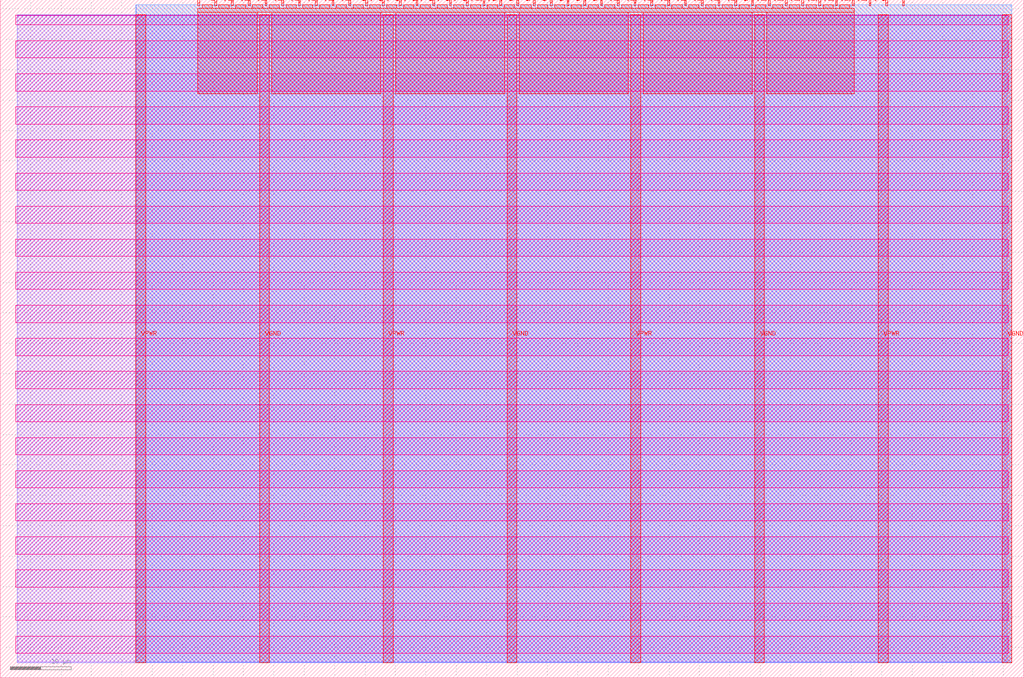
<source format=lef>
VERSION 5.7 ;
  NOWIREEXTENSIONATPIN ON ;
  DIVIDERCHAR "/" ;
  BUSBITCHARS "[]" ;
MACRO tt_um_wokwi_380408774591779841
  CLASS BLOCK ;
  FOREIGN tt_um_wokwi_380408774591779841 ;
  ORIGIN 0.000 0.000 ;
  SIZE 168.360 BY 111.520 ;
  PIN VGND
    DIRECTION INOUT ;
    USE GROUND ;
    PORT
      LAYER met4 ;
        RECT 42.670 2.480 44.270 109.040 ;
    END
    PORT
      LAYER met4 ;
        RECT 83.380 2.480 84.980 109.040 ;
    END
    PORT
      LAYER met4 ;
        RECT 124.090 2.480 125.690 109.040 ;
    END
    PORT
      LAYER met4 ;
        RECT 164.800 2.480 166.400 109.040 ;
    END
  END VGND
  PIN VPWR
    DIRECTION INOUT ;
    USE POWER ;
    PORT
      LAYER met4 ;
        RECT 22.315 2.480 23.915 109.040 ;
    END
    PORT
      LAYER met4 ;
        RECT 63.025 2.480 64.625 109.040 ;
    END
    PORT
      LAYER met4 ;
        RECT 103.735 2.480 105.335 109.040 ;
    END
    PORT
      LAYER met4 ;
        RECT 144.445 2.480 146.045 109.040 ;
    END
  END VPWR
  PIN clk
    DIRECTION INPUT ;
    USE SIGNAL ;
    PORT
      LAYER met4 ;
        RECT 145.670 110.520 145.970 111.520 ;
    END
  END clk
  PIN ena
    DIRECTION INPUT ;
    USE SIGNAL ;
    PORT
      LAYER met4 ;
        RECT 148.430 110.520 148.730 111.520 ;
    END
  END ena
  PIN rst_n
    DIRECTION INPUT ;
    USE SIGNAL ;
    PORT
      LAYER met4 ;
        RECT 142.910 110.520 143.210 111.520 ;
    END
  END rst_n
  PIN ui_in[0]
    DIRECTION INPUT ;
    USE SIGNAL ;
    ANTENNAGATEAREA 0.196500 ;
    PORT
      LAYER met4 ;
        RECT 140.150 110.520 140.450 111.520 ;
    END
  END ui_in[0]
  PIN ui_in[1]
    DIRECTION INPUT ;
    USE SIGNAL ;
    ANTENNAGATEAREA 0.196500 ;
    PORT
      LAYER met4 ;
        RECT 137.390 110.520 137.690 111.520 ;
    END
  END ui_in[1]
  PIN ui_in[2]
    DIRECTION INPUT ;
    USE SIGNAL ;
    ANTENNAGATEAREA 0.196500 ;
    PORT
      LAYER met4 ;
        RECT 134.630 110.520 134.930 111.520 ;
    END
  END ui_in[2]
  PIN ui_in[3]
    DIRECTION INPUT ;
    USE SIGNAL ;
    PORT
      LAYER met4 ;
        RECT 131.870 110.520 132.170 111.520 ;
    END
  END ui_in[3]
  PIN ui_in[4]
    DIRECTION INPUT ;
    USE SIGNAL ;
    PORT
      LAYER met4 ;
        RECT 129.110 110.520 129.410 111.520 ;
    END
  END ui_in[4]
  PIN ui_in[5]
    DIRECTION INPUT ;
    USE SIGNAL ;
    PORT
      LAYER met4 ;
        RECT 126.350 110.520 126.650 111.520 ;
    END
  END ui_in[5]
  PIN ui_in[6]
    DIRECTION INPUT ;
    USE SIGNAL ;
    PORT
      LAYER met4 ;
        RECT 123.590 110.520 123.890 111.520 ;
    END
  END ui_in[6]
  PIN ui_in[7]
    DIRECTION INPUT ;
    USE SIGNAL ;
    PORT
      LAYER met4 ;
        RECT 120.830 110.520 121.130 111.520 ;
    END
  END ui_in[7]
  PIN uio_in[0]
    DIRECTION INPUT ;
    USE SIGNAL ;
    PORT
      LAYER met4 ;
        RECT 118.070 110.520 118.370 111.520 ;
    END
  END uio_in[0]
  PIN uio_in[1]
    DIRECTION INPUT ;
    USE SIGNAL ;
    PORT
      LAYER met4 ;
        RECT 115.310 110.520 115.610 111.520 ;
    END
  END uio_in[1]
  PIN uio_in[2]
    DIRECTION INPUT ;
    USE SIGNAL ;
    PORT
      LAYER met4 ;
        RECT 112.550 110.520 112.850 111.520 ;
    END
  END uio_in[2]
  PIN uio_in[3]
    DIRECTION INPUT ;
    USE SIGNAL ;
    PORT
      LAYER met4 ;
        RECT 109.790 110.520 110.090 111.520 ;
    END
  END uio_in[3]
  PIN uio_in[4]
    DIRECTION INPUT ;
    USE SIGNAL ;
    PORT
      LAYER met4 ;
        RECT 107.030 110.520 107.330 111.520 ;
    END
  END uio_in[4]
  PIN uio_in[5]
    DIRECTION INPUT ;
    USE SIGNAL ;
    PORT
      LAYER met4 ;
        RECT 104.270 110.520 104.570 111.520 ;
    END
  END uio_in[5]
  PIN uio_in[6]
    DIRECTION INPUT ;
    USE SIGNAL ;
    PORT
      LAYER met4 ;
        RECT 101.510 110.520 101.810 111.520 ;
    END
  END uio_in[6]
  PIN uio_in[7]
    DIRECTION INPUT ;
    USE SIGNAL ;
    PORT
      LAYER met4 ;
        RECT 98.750 110.520 99.050 111.520 ;
    END
  END uio_in[7]
  PIN uio_oe[0]
    DIRECTION OUTPUT TRISTATE ;
    USE SIGNAL ;
    PORT
      LAYER met4 ;
        RECT 51.830 110.520 52.130 111.520 ;
    END
  END uio_oe[0]
  PIN uio_oe[1]
    DIRECTION OUTPUT TRISTATE ;
    USE SIGNAL ;
    PORT
      LAYER met4 ;
        RECT 49.070 110.520 49.370 111.520 ;
    END
  END uio_oe[1]
  PIN uio_oe[2]
    DIRECTION OUTPUT TRISTATE ;
    USE SIGNAL ;
    PORT
      LAYER met4 ;
        RECT 46.310 110.520 46.610 111.520 ;
    END
  END uio_oe[2]
  PIN uio_oe[3]
    DIRECTION OUTPUT TRISTATE ;
    USE SIGNAL ;
    PORT
      LAYER met4 ;
        RECT 43.550 110.520 43.850 111.520 ;
    END
  END uio_oe[3]
  PIN uio_oe[4]
    DIRECTION OUTPUT TRISTATE ;
    USE SIGNAL ;
    PORT
      LAYER met4 ;
        RECT 40.790 110.520 41.090 111.520 ;
    END
  END uio_oe[4]
  PIN uio_oe[5]
    DIRECTION OUTPUT TRISTATE ;
    USE SIGNAL ;
    PORT
      LAYER met4 ;
        RECT 38.030 110.520 38.330 111.520 ;
    END
  END uio_oe[5]
  PIN uio_oe[6]
    DIRECTION OUTPUT TRISTATE ;
    USE SIGNAL ;
    PORT
      LAYER met4 ;
        RECT 35.270 110.520 35.570 111.520 ;
    END
  END uio_oe[6]
  PIN uio_oe[7]
    DIRECTION OUTPUT TRISTATE ;
    USE SIGNAL ;
    PORT
      LAYER met4 ;
        RECT 32.510 110.520 32.810 111.520 ;
    END
  END uio_oe[7]
  PIN uio_out[0]
    DIRECTION OUTPUT TRISTATE ;
    USE SIGNAL ;
    PORT
      LAYER met4 ;
        RECT 73.910 110.520 74.210 111.520 ;
    END
  END uio_out[0]
  PIN uio_out[1]
    DIRECTION OUTPUT TRISTATE ;
    USE SIGNAL ;
    PORT
      LAYER met4 ;
        RECT 71.150 110.520 71.450 111.520 ;
    END
  END uio_out[1]
  PIN uio_out[2]
    DIRECTION OUTPUT TRISTATE ;
    USE SIGNAL ;
    PORT
      LAYER met4 ;
        RECT 68.390 110.520 68.690 111.520 ;
    END
  END uio_out[2]
  PIN uio_out[3]
    DIRECTION OUTPUT TRISTATE ;
    USE SIGNAL ;
    PORT
      LAYER met4 ;
        RECT 65.630 110.520 65.930 111.520 ;
    END
  END uio_out[3]
  PIN uio_out[4]
    DIRECTION OUTPUT TRISTATE ;
    USE SIGNAL ;
    PORT
      LAYER met4 ;
        RECT 62.870 110.520 63.170 111.520 ;
    END
  END uio_out[4]
  PIN uio_out[5]
    DIRECTION OUTPUT TRISTATE ;
    USE SIGNAL ;
    PORT
      LAYER met4 ;
        RECT 60.110 110.520 60.410 111.520 ;
    END
  END uio_out[5]
  PIN uio_out[6]
    DIRECTION OUTPUT TRISTATE ;
    USE SIGNAL ;
    PORT
      LAYER met4 ;
        RECT 57.350 110.520 57.650 111.520 ;
    END
  END uio_out[6]
  PIN uio_out[7]
    DIRECTION OUTPUT TRISTATE ;
    USE SIGNAL ;
    PORT
      LAYER met4 ;
        RECT 54.590 110.520 54.890 111.520 ;
    END
  END uio_out[7]
  PIN uo_out[0]
    DIRECTION OUTPUT TRISTATE ;
    USE SIGNAL ;
    ANTENNADIFFAREA 0.795200 ;
    PORT
      LAYER met4 ;
        RECT 95.990 110.520 96.290 111.520 ;
    END
  END uo_out[0]
  PIN uo_out[1]
    DIRECTION OUTPUT TRISTATE ;
    USE SIGNAL ;
    ANTENNADIFFAREA 0.795200 ;
    PORT
      LAYER met4 ;
        RECT 93.230 110.520 93.530 111.520 ;
    END
  END uo_out[1]
  PIN uo_out[2]
    DIRECTION OUTPUT TRISTATE ;
    USE SIGNAL ;
    PORT
      LAYER met4 ;
        RECT 90.470 110.520 90.770 111.520 ;
    END
  END uo_out[2]
  PIN uo_out[3]
    DIRECTION OUTPUT TRISTATE ;
    USE SIGNAL ;
    PORT
      LAYER met4 ;
        RECT 87.710 110.520 88.010 111.520 ;
    END
  END uo_out[3]
  PIN uo_out[4]
    DIRECTION OUTPUT TRISTATE ;
    USE SIGNAL ;
    PORT
      LAYER met4 ;
        RECT 84.950 110.520 85.250 111.520 ;
    END
  END uo_out[4]
  PIN uo_out[5]
    DIRECTION OUTPUT TRISTATE ;
    USE SIGNAL ;
    PORT
      LAYER met4 ;
        RECT 82.190 110.520 82.490 111.520 ;
    END
  END uo_out[5]
  PIN uo_out[6]
    DIRECTION OUTPUT TRISTATE ;
    USE SIGNAL ;
    PORT
      LAYER met4 ;
        RECT 79.430 110.520 79.730 111.520 ;
    END
  END uo_out[6]
  PIN uo_out[7]
    DIRECTION OUTPUT TRISTATE ;
    USE SIGNAL ;
    PORT
      LAYER met4 ;
        RECT 76.670 110.520 76.970 111.520 ;
    END
  END uo_out[7]
  OBS
      LAYER nwell ;
        RECT 2.570 107.385 165.790 108.990 ;
        RECT 2.570 101.945 165.790 104.775 ;
        RECT 2.570 96.505 165.790 99.335 ;
        RECT 2.570 91.065 165.790 93.895 ;
        RECT 2.570 85.625 165.790 88.455 ;
        RECT 2.570 80.185 165.790 83.015 ;
        RECT 2.570 74.745 165.790 77.575 ;
        RECT 2.570 69.305 165.790 72.135 ;
        RECT 2.570 63.865 165.790 66.695 ;
        RECT 2.570 58.425 165.790 61.255 ;
        RECT 2.570 52.985 165.790 55.815 ;
        RECT 2.570 47.545 165.790 50.375 ;
        RECT 2.570 42.105 165.790 44.935 ;
        RECT 2.570 36.665 165.790 39.495 ;
        RECT 2.570 31.225 165.790 34.055 ;
        RECT 2.570 25.785 165.790 28.615 ;
        RECT 2.570 20.345 165.790 23.175 ;
        RECT 2.570 14.905 165.790 17.735 ;
        RECT 2.570 9.465 165.790 12.295 ;
        RECT 2.570 4.025 165.790 6.855 ;
      LAYER li1 ;
        RECT 2.760 2.635 165.600 108.885 ;
      LAYER met1 ;
        RECT 2.760 2.480 166.400 109.040 ;
      LAYER met2 ;
        RECT 22.345 2.535 166.370 110.685 ;
      LAYER met3 ;
        RECT 22.325 2.555 166.390 110.665 ;
      LAYER met4 ;
        RECT 33.210 110.120 34.870 110.665 ;
        RECT 35.970 110.120 37.630 110.665 ;
        RECT 38.730 110.120 40.390 110.665 ;
        RECT 41.490 110.120 43.150 110.665 ;
        RECT 44.250 110.120 45.910 110.665 ;
        RECT 47.010 110.120 48.670 110.665 ;
        RECT 49.770 110.120 51.430 110.665 ;
        RECT 52.530 110.120 54.190 110.665 ;
        RECT 55.290 110.120 56.950 110.665 ;
        RECT 58.050 110.120 59.710 110.665 ;
        RECT 60.810 110.120 62.470 110.665 ;
        RECT 63.570 110.120 65.230 110.665 ;
        RECT 66.330 110.120 67.990 110.665 ;
        RECT 69.090 110.120 70.750 110.665 ;
        RECT 71.850 110.120 73.510 110.665 ;
        RECT 74.610 110.120 76.270 110.665 ;
        RECT 77.370 110.120 79.030 110.665 ;
        RECT 80.130 110.120 81.790 110.665 ;
        RECT 82.890 110.120 84.550 110.665 ;
        RECT 85.650 110.120 87.310 110.665 ;
        RECT 88.410 110.120 90.070 110.665 ;
        RECT 91.170 110.120 92.830 110.665 ;
        RECT 93.930 110.120 95.590 110.665 ;
        RECT 96.690 110.120 98.350 110.665 ;
        RECT 99.450 110.120 101.110 110.665 ;
        RECT 102.210 110.120 103.870 110.665 ;
        RECT 104.970 110.120 106.630 110.665 ;
        RECT 107.730 110.120 109.390 110.665 ;
        RECT 110.490 110.120 112.150 110.665 ;
        RECT 113.250 110.120 114.910 110.665 ;
        RECT 116.010 110.120 117.670 110.665 ;
        RECT 118.770 110.120 120.430 110.665 ;
        RECT 121.530 110.120 123.190 110.665 ;
        RECT 124.290 110.120 125.950 110.665 ;
        RECT 127.050 110.120 128.710 110.665 ;
        RECT 129.810 110.120 131.470 110.665 ;
        RECT 132.570 110.120 134.230 110.665 ;
        RECT 135.330 110.120 136.990 110.665 ;
        RECT 138.090 110.120 139.750 110.665 ;
        RECT 32.495 109.440 140.465 110.120 ;
        RECT 32.495 96.055 42.270 109.440 ;
        RECT 44.670 96.055 62.625 109.440 ;
        RECT 65.025 96.055 82.980 109.440 ;
        RECT 85.380 96.055 103.335 109.440 ;
        RECT 105.735 96.055 123.690 109.440 ;
        RECT 126.090 96.055 140.465 109.440 ;
  END
END tt_um_wokwi_380408774591779841
END LIBRARY


</source>
